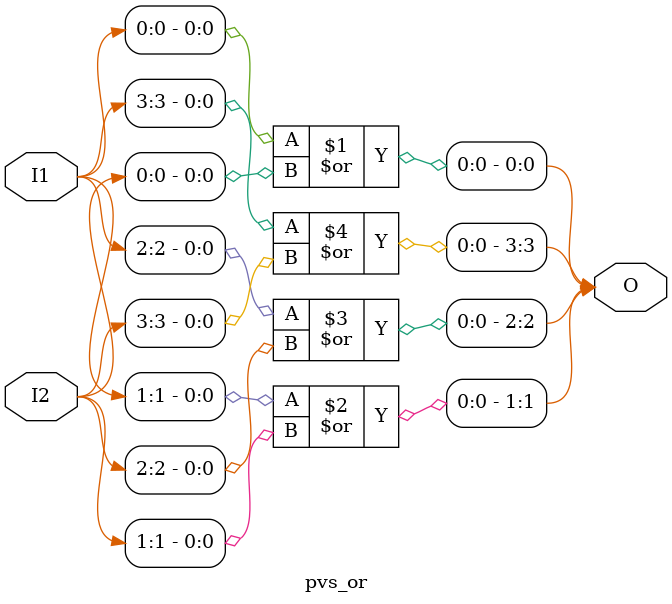
<source format=v>
module pvs_or (I1,I2,O); // 4 bit or gate
  input[3:0] I1,I2;
  output[3:0] O;
  or M1 (O[0],I1[0],I2[0]);
  or M2 (O[1],I1[1],I2[1]);
  or M3 (O[2],I1[2],I2[2]);
  or M4 (O[3],I1[3],I2[3]);
endmodule
</source>
